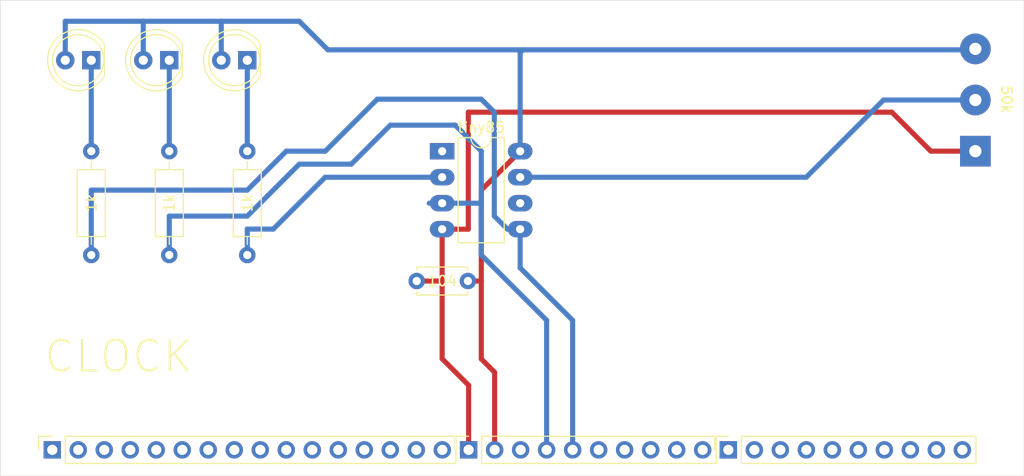
<source format=kicad_pcb>
(kicad_pcb (version 20211014) (generator pcbnew)
  (layers (0 "F.Cu" signal) (31 "B.Cu" signal) (34 "B.Paste" user) (35 "F.Paste" user) (36 "B.SilkS" user "B.Silkscreen") (37 "F.SilkS" user "F.Silkscreen") (38 "B.Mask" user) (39 "F.Mask" user) (44 "Edge.Cuts" user))
  (net 0 "")
  (footprint "Connector_PinSocket_2.54mm:PinSocket_1x10_P2.54mm_Vertical" (layer "F.Cu") (at 168.91 130.81 90)
    (fp_text reference "REF**" hide)
    (fp_text value "PinSocket_1x10_P2.54mm_Vertical" hide)
    (fp_line (start -1.33 1.27) (end -1.33 24.19) (layer "F.SilkS") (width 0.12))
    (fp_line (start 1.33 -1.33) (end 1.33 0) (layer "F.SilkS") (width 0.12))
    (fp_line (start 0 -1.33) (end 1.33 -1.33) (layer "F.SilkS") (width 0.12))
    (fp_line (start -1.33 1.27) (end 1.33 1.27) (layer "F.SilkS") (width 0.12))
    (fp_line (start -1.33 24.19) (end 1.33 24.19) (layer "F.SilkS") (width 0.12))
    (fp_line (start 1.33 1.27) (end 1.33 24.19) (layer "F.SilkS") (width 0.12))
    (pad "1" thru_hole rect (at 0 0 90) (size 1.7 1.7) (drill 1) (layers F&B.Cu *.Mask))
    (pad "2" thru_hole oval (at 0 2.54 90) (size 1.7 1.7) (drill 1) (layers F&B.Cu *.Mask))
    (pad "3" thru_hole oval (at 0 5.08 90) (size 1.7 1.7) (drill 1) (layers F&B.Cu *.Mask))
    (pad "4" thru_hole oval (at 0 7.62 90) (size 1.7 1.7) (drill 1) (layers F&B.Cu *.Mask))
    (pad "5" thru_hole oval (at 0 10.16 90) (size 1.7 1.7) (drill 1) (layers F&B.Cu *.Mask))
    (pad "6" thru_hole oval (at 0 12.7 90) (size 1.7 1.7) (drill 1) (layers F&B.Cu *.Mask))
    (pad "7" thru_hole oval (at 0 15.24 90) (size 1.7 1.7) (drill 1) (layers F&B.Cu *.Mask))
    (pad "8" thru_hole oval (at 0 17.78 90) (size 1.7 1.7) (drill 1) (layers F&B.Cu *.Mask))
    (pad "9" thru_hole oval (at 0 20.32 90) (size 1.7 1.7) (drill 1) (layers F&B.Cu *.Mask))
    (pad "10" thru_hole oval (at 0 22.86 90) (size 1.7 1.7) (drill 1) (layers F&B.Cu *.Mask))
  )
  (footprint "" (layer "F.Cu") (at 193.04 96.6 -90)
    (fp_text reference "" (at 0 0 90) (layer "F.SilkS") (effects (font (size 1.27 1.27))))
    (fp_text value "" (at 0 0 90) (layer "F.SilkS") (effects (font (size 1.27 1.27))))
    (pad "2" thru_hole circle (at 0 0) (size 3 3) (drill 1.2) (layers F&B.Cu *.Mask))
  )
  (footprint "Capacitor_THT:C_Disc_D4.7mm_W2.5mm_P5.00mm" (layer "F.Cu") (at 143.47 114.3 180)
    (fp_text reference "104" (at 2.5 0) (layer "F.SilkS"))
    (fp_text value "C_Disc_D4.7mm_W2.5mm_P5.00mm" hide)
    (fp_line (start 0.03 1.055) (end 0.03 1.37) (layer "F.SilkS") (width 0.12))
    (fp_line (start 0.03 -1.37) (end 0.03 -1.055) (layer "F.SilkS") (width 0.12))
    (fp_line (start 4.97 -1.37) (end 4.97 -1.055) (layer "F.SilkS") (width 0.12))
    (fp_line (start 0.03 -1.37) (end 4.97 -1.37) (layer "F.SilkS") (width 0.12))
    (fp_line (start 0.03 1.37) (end 4.97 1.37) (layer "F.SilkS") (width 0.12))
    (fp_line (start 4.97 1.055) (end 4.97 1.37) (layer "F.SilkS") (width 0.12))
    (pad "1" thru_hole circle (at 0 0 180) (size 1.6 1.6) (drill 0.8) (layers F&B.Cu *.Mask))
    (pad "2" thru_hole circle (at 5 0 180) (size 1.6 1.6) (drill 0.8) (layers F&B.Cu *.Mask))
  )
  (footprint "Package_DIP:DIP-8_W7.62mm_LongPads" (layer "F.Cu") (at 140.955 101.61)
    (fp_text reference "tiny85" (at 3.81 -2.33) (layer "F.SilkS"))
    (fp_text value "DIP-8_W7.62mm_LongPads" hide)
    (fp_line (start 6.06 8.95) (end 6.06 -1.33) (layer "F.SilkS") (width 0.12))
    (fp_line (start 2.81 -1.33) (end 1.56 -1.33) (layer "F.SilkS") (width 0.12))
    (fp_line (start 6.06 -1.33) (end 4.81 -1.33) (layer "F.SilkS") (width 0.12))
    (fp_line (start 1.56 8.95) (end 6.06 8.95) (layer "F.SilkS") (width 0.12))
    (fp_line (start 1.56 -1.33) (end 1.56 8.95) (layer "F.SilkS") (width 0.12))
    (fp_arc (start 4.81 -1.33) (mid 3.81 -0.33) (end 2.81 -1.33) (layer "F.SilkS") (width 0.12))
    (pad "1" thru_hole rect (at 0 0) (size 2.4 1.6) (drill 0.8) (layers F&B.Cu *.Mask))
    (pad "2" thru_hole oval (at 0 2.54) (size 2.4 1.6) (drill 0.8) (layers F&B.Cu *.Mask))
    (pad "3" thru_hole oval (at 0 5.08) (size 2.4 1.6) (drill 0.8) (layers F&B.Cu *.Mask))
    (pad "4" thru_hole oval (at 0 7.62) (size 2.4 1.6) (drill 0.8) (layers F&B.Cu *.Mask))
    (pad "5" thru_hole oval (at 7.62 7.62) (size 2.4 1.6) (drill 0.8) (layers F&B.Cu *.Mask))
    (pad "6" thru_hole oval (at 7.62 5.08) (size 2.4 1.6) (drill 0.8) (layers F&B.Cu *.Mask))
    (pad "7" thru_hole oval (at 7.62 2.54) (size 2.4 1.6) (drill 0.8) (layers F&B.Cu *.Mask))
    (pad "8" thru_hole oval (at 7.62 0) (size 2.4 1.6) (drill 0.8) (layers F&B.Cu *.Mask))
  )
  (footprint "LED_THT:LED_D5.0mm" (layer "F.Cu") (at 114.3 92.71 180)
    (fp_text reference "REF**" hide)
    (fp_text value "LED_D5.0mm" hide)
    (fp_line (start -1.29 -1.545) (end -1.29 1.545) (layer "F.SilkS") (width 0.12))
    (fp_arc (start 4.26 -0.000462) (mid 2.072002 2.880433) (end -1.29 1.54483) (layer "F.SilkS") (width 0.12))
    (fp_arc (start -1.29 -1.54483) (mid 2.072002 -2.880433) (end 4.26 0.000462) (layer "F.SilkS") (width 0.12))
    (fp_circle (center 1.27 0) (end 3.77 0) (layer "F.SilkS") (width 0.12) (fill none))
    (pad "1" thru_hole rect (at 0 0 180) (size 1.8 1.8) (drill 0.9) (layers F&B.Cu *.Mask))
    (pad "2" thru_hole circle (at 2.54 0 180) (size 1.8 1.8) (drill 0.9) (layers F&B.Cu *.Mask))
  )
  (footprint "" (layer "F.Cu") (at 193.04 91.6 -90)
    (fp_text reference "" (at 0 0 90) (layer "F.SilkS") (effects (font (size 1.27 1.27))))
    (fp_text value "" (at 0 0 90) (layer "F.SilkS") (effects (font (size 1.27 1.27))))
    (pad "3" thru_hole circle (at 0 0) (size 3 3) (drill 1.2) (layers F&B.Cu *.Mask))
  )
  (footprint "LED_THT:LED_D5.0mm" (layer "F.Cu") (at 121.92 92.71 180)
    (fp_text reference "REF**" hide)
    (fp_text value "LED_D5.0mm" hide)
    (fp_line (start -1.29 -1.545) (end -1.29 1.545) (layer "F.SilkS") (width 0.12))
    (fp_arc (start 4.26 -0.000462) (mid 2.072002 2.880433) (end -1.29 1.54483) (layer "F.SilkS") (width 0.12))
    (fp_arc (start -1.29 -1.54483) (mid 2.072002 -2.880433) (end 4.26 0.000462) (layer "F.SilkS") (width 0.12))
    (fp_circle (center 1.27 0) (end 3.77 0) (layer "F.SilkS") (width 0.12) (fill none))
    (pad "1" thru_hole rect (at 0 0 180) (size 1.8 1.8) (drill 0.9) (layers F&B.Cu *.Mask))
    (pad "2" thru_hole circle (at 2.54 0 180) (size 1.8 1.8) (drill 0.9) (layers F&B.Cu *.Mask))
  )
  (footprint "LED_THT:LED_D5.0mm" (layer "F.Cu") (at 106.68 92.71 180)
    (fp_text reference "REF**" hide)
    (fp_text value "LED_D5.0mm" hide)
    (fp_line (start -1.29 -1.545) (end -1.29 1.545) (layer "F.SilkS") (width 0.12))
    (fp_arc (start 4.26 -0.000462) (mid 2.072002 2.880433) (end -1.29 1.54483) (layer "F.SilkS") (width 0.12))
    (fp_arc (start -1.29 -1.54483) (mid 2.072002 -2.880433) (end 4.26 0.000462) (layer "F.SilkS") (width 0.12))
    (fp_circle (center 1.27 0) (end 3.77 0) (layer "F.SilkS") (width 0.12) (fill none))
    (pad "1" thru_hole rect (at 0 0 180) (size 1.8 1.8) (drill 0.9) (layers F&B.Cu *.Mask))
    (pad "2" thru_hole circle (at 2.54 0 180) (size 1.8 1.8) (drill 0.9) (layers F&B.Cu *.Mask))
  )
  (footprint "Resistor_THT:R_Axial_DIN0207_L6.3mm_D2.5mm_P10.16mm_Horizontal" (layer "F.Cu") (at 121.92 111.76 90)
    (fp_text reference "1k" (at 5.08 0 90) (layer "F.SilkS"))
    (fp_text value "R_Axial_DIN0207_L6.3mm_D2.5mm_P10.16mm_Horizontal" hide)
    (fp_line (start 8.35 1.37) (end 8.35 -1.37) (layer "F.SilkS") (width 0.12))
    (fp_line (start 1.04 0) (end 1.81 0) (layer "F.SilkS") (width 0.12))
    (fp_line (start 9.12 0) (end 8.35 0) (layer "F.SilkS") (width 0.12))
    (fp_line (start 8.35 -1.37) (end 1.81 -1.37) (layer "F.SilkS") (width 0.12))
    (fp_line (start 1.81 1.37) (end 8.35 1.37) (layer "F.SilkS") (width 0.12))
    (fp_line (start 1.81 -1.37) (end 1.81 1.37) (layer "F.SilkS") (width 0.12))
    (pad "1" thru_hole circle (at 0 0 90) (size 1.6 1.6) (drill 0.8) (layers F&B.Cu *.Mask))
    (pad "2" thru_hole oval (at 10.16 0 90) (size 1.6 1.6) (drill 0.8) (layers F&B.Cu *.Mask))
  )
  (footprint "Connector_PinSocket_2.54mm:PinSocket_1x10_P2.54mm_Vertical" (layer "F.Cu") (at 143.54 130.81 90)
    (fp_text reference "REF**" hide)
    (fp_text value "PinSocket_1x10_P2.54mm_Vertical" hide)
    (fp_line (start -1.33 1.27) (end 1.33 1.27) (layer "F.SilkS") (width 0.12))
    (fp_line (start -1.33 24.19) (end 1.33 24.19) (layer "F.SilkS") (width 0.12))
    (fp_line (start -1.33 1.27) (end -1.33 24.19) (layer "F.SilkS") (width 0.12))
    (fp_line (start 0 -1.33) (end 1.33 -1.33) (layer "F.SilkS") (width 0.12))
    (fp_line (start 1.33 -1.33) (end 1.33 0) (layer "F.SilkS") (width 0.12))
    (fp_line (start 1.33 1.27) (end 1.33 24.19) (layer "F.SilkS") (width 0.12))
    (pad "1" thru_hole rect (at 0 0 90) (size 1.7 1.7) (drill 1) (layers F&B.Cu *.Mask))
    (pad "2" thru_hole oval (at 0 2.54 90) (size 1.7 1.7) (drill 1) (layers F&B.Cu *.Mask))
    (pad "3" thru_hole oval (at 0 5.08 90) (size 1.7 1.7) (drill 1) (layers F&B.Cu *.Mask))
    (pad "4" thru_hole oval (at 0 7.62 90) (size 1.7 1.7) (drill 1) (layers F&B.Cu *.Mask))
    (pad "5" thru_hole oval (at 0 10.16 90) (size 1.7 1.7) (drill 1) (layers F&B.Cu *.Mask))
    (pad "6" thru_hole oval (at 0 12.7 90) (size 1.7 1.7) (drill 1) (layers F&B.Cu *.Mask))
    (pad "7" thru_hole oval (at 0 15.24 90) (size 1.7 1.7) (drill 1) (layers F&B.Cu *.Mask))
    (pad "8" thru_hole oval (at 0 17.78 90) (size 1.7 1.7) (drill 1) (layers F&B.Cu *.Mask))
    (pad "9" thru_hole oval (at 0 20.32 90) (size 1.7 1.7) (drill 1) (layers F&B.Cu *.Mask))
    (pad "10" thru_hole oval (at 0 22.86 90) (size 1.7 1.7) (drill 1) (layers F&B.Cu *.Mask))
  )
  (footprint "Resistor_THT:R_Axial_DIN0207_L6.3mm_D2.5mm_P10.16mm_Horizontal" (layer "F.Cu") (at 106.68 111.76 90)
    (fp_text reference "1k" (at 5.08 0 90) (layer "F.SilkS"))
    (fp_text value "R_Axial_DIN0207_L6.3mm_D2.5mm_P10.16mm_Horizontal" hide)
    (fp_line (start 8.35 1.37) (end 8.35 -1.37) (layer "F.SilkS") (width 0.12))
    (fp_line (start 1.04 0) (end 1.81 0) (layer "F.SilkS") (width 0.12))
    (fp_line (start 9.12 0) (end 8.35 0) (layer "F.SilkS") (width 0.12))
    (fp_line (start 8.35 -1.37) (end 1.81 -1.37) (layer "F.SilkS") (width 0.12))
    (fp_line (start 1.81 1.37) (end 8.35 1.37) (layer "F.SilkS") (width 0.12))
    (fp_line (start 1.81 -1.37) (end 1.81 1.37) (layer "F.SilkS") (width 0.12))
    (pad "1" thru_hole circle (at 0 0 90) (size 1.6 1.6) (drill 0.8) (layers *.Cu *.Mask))
    (pad "2" thru_hole oval (at 10.16 0 90) (size 1.6 1.6) (drill 0.8) (layers *.Cu *.Mask))
  )
  (footprint "" (layer "F.Cu") (at 193.04 101.6 -90)
    (fp_text reference "" (at 0 0 90) (layer "F.SilkS") (effects (font (size 1.27 1.27))))
    (fp_text value "" (at 0 0 90) (layer "F.SilkS") (effects (font (size 1.27 1.27))))
    (pad "1" thru_hole rect (at 0 0) (size 3 3) (drill 1.2) (layers F&B.Cu *.Mask))
  )
  (footprint "Resistor_THT:R_Axial_DIN0207_L6.3mm_D2.5mm_P10.16mm_Horizontal" (layer "F.Cu") (at 114.3 111.76 90)
    (fp_text reference "1k" (at 5.08 0 90) (layer "F.SilkS"))
    (fp_text value "R_Axial_DIN0207_L6.3mm_D2.5mm_P10.16mm_Horizontal" hide)
    (fp_line (start 8.35 1.37) (end 8.35 -1.37) (layer "F.SilkS") (width 0.12))
    (fp_line (start 1.04 0) (end 1.81 0) (layer "F.SilkS") (width 0.12))
    (fp_line (start 9.12 0) (end 8.35 0) (layer "F.SilkS") (width 0.12))
    (fp_line (start 8.35 -1.37) (end 1.81 -1.37) (layer "F.SilkS") (width 0.12))
    (fp_line (start 1.81 1.37) (end 8.35 1.37) (layer "F.SilkS") (width 0.12))
    (fp_line (start 1.81 -1.37) (end 1.81 1.37) (layer "F.SilkS") (width 0.12))
    (pad "1" thru_hole circle (at 0 0 90) (size 1.6 1.6) (drill 0.8) (layers F&B.Cu *.Mask))
    (pad "2" thru_hole oval (at 10.16 0 90) (size 1.6 1.6) (drill 0.8) (layers F&B.Cu *.Mask))
  )
  (footprint "Connector_PinSocket_2.54mm:PinSocket_1x16_P2.54mm_Vertical" (layer "F.Cu") (at 102.87 130.81 90)
    (fp_text reference "REF**" hide)
    (fp_text value "PinSocket_1x16_P2.54mm_Vertical" hide)
    (fp_line (start 0 -1.33) (end 1.33 -1.33) (layer "F.SilkS") (width 0.12))
    (fp_line (start -1.33 1.27) (end -1.33 39.43) (layer "F.SilkS") (width 0.12))
    (fp_line (start -1.33 1.27) (end 1.33 1.27) (layer "F.SilkS") (width 0.12))
    (fp_line (start -1.33 39.43) (end 1.33 39.43) (layer "F.SilkS") (width 0.12))
    (fp_line (start 1.33 -1.33) (end 1.33 0) (layer "F.SilkS") (width 0.12))
    (fp_line (start 1.33 1.27) (end 1.33 39.43) (layer "F.SilkS") (width 0.12))
    (pad "1" thru_hole rect (at 0 0 90) (size 1.7 1.7) (drill 1) (layers F&B.Cu *.Mask))
    (pad "2" thru_hole oval (at 0 2.54 90) (size 1.7 1.7) (drill 1) (layers F&B.Cu *.Mask))
    (pad "3" thru_hole oval (at 0 5.08 90) (size 1.7 1.7) (drill 1) (layers F&B.Cu *.Mask))
    (pad "4" thru_hole oval (at 0 7.62 90) (size 1.7 1.7) (drill 1) (layers F&B.Cu *.Mask))
    (pad "5" thru_hole oval (at 0 10.16 90) (size 1.7 1.7) (drill 1) (layers F&B.Cu *.Mask))
    (pad "6" thru_hole oval (at 0 12.7 90) (size 1.7 1.7) (drill 1) (layers F&B.Cu *.Mask))
    (pad "7" thru_hole oval (at 0 15.24 90) (size 1.7 1.7) (drill 1) (layers F&B.Cu *.Mask))
    (pad "8" thru_hole oval (at 0 17.78 90) (size 1.7 1.7) (drill 1) (layers F&B.Cu *.Mask))
    (pad "9" thru_hole oval (at 0 20.32 90) (size 1.7 1.7) (drill 1) (layers F&B.Cu *.Mask))
    (pad "10" thru_hole oval (at 0 22.86 90) (size 1.7 1.7) (drill 1) (layers F&B.Cu *.Mask))
    (pad "11" thru_hole oval (at 0 25.4 90) (size 1.7 1.7) (drill 1) (layers F&B.Cu *.Mask))
    (pad "12" thru_hole oval (at 0 27.94 90) (size 1.7 1.7) (drill 1) (layers F&B.Cu *.Mask))
    (pad "13" thru_hole oval (at 0 30.48 90) (size 1.7 1.7) (drill 1) (layers F&B.Cu *.Mask))
    (pad "14" thru_hole oval (at 0 33.02 90) (size 1.7 1.7) (drill 1) (layers F&B.Cu *.Mask))
    (pad "15" thru_hole oval (at 0 35.56 90) (size 1.7 1.7) (drill 1) (layers F&B.Cu *.Mask))
    (pad "16" thru_hole oval (at 0 38.1 90) (size 1.7 1.7) (drill 1) (layers F&B.Cu *.Mask))
  )
  (gr_rect (start 97.79 86.845) (end 197.79 133.35) (layer "Edge.Cuts") (width 0.05) (fill none))
  (gr_text "50k" (at 196.088 96.52 270) (layer "F.SilkS") (effects (font (size 1 1) (thickness 0.2))))
  (gr_text "CLOCK" (at 109.347 121.666) (layer "F.SilkS") (effects (font (size 3 3) (thickness 0.2))))
  (segment (start 143.47 114.3) (end 144.78 114.3) (width 0.5) (layer "F.Cu") (net 0))
  (segment (start 144.78 121.92) (end 144.78 114.3) (width 0.5) (layer "F.Cu") (net 0))
  (segment (start 184.879 97.79) (end 143.51 97.79) (width 0.5) (layer "F.Cu") (net 0))
  (segment (start 143.5 109.23) (end 140.955 109.23) (width 0.5) (layer "F.Cu") (net 0))
  (segment (start 193.04 101.6) (end 188.689 101.6) (width 0.5) (layer "F.Cu") (net 0))
  (segment (start 146.08 123.22) (end 144.78 121.92) (width 0.5) (layer "F.Cu") (net 0))
  (segment (start 144.78 114.3) (end 144.78 105.405) (width 0.5) (layer "F.Cu") (net 0))
  (segment (start 140.955 121.905) (end 140.955 114.285) (width 0.5) (layer "F.Cu") (net 0))
  (segment (start 143.51 109.22) (end 143.5 109.23) (width 0.5) (layer "F.Cu") (net 0))
  (segment (start 146.08 130.81) (end 146.08 123.22) (width 0.5) (layer "F.Cu") (net 0))
  (segment (start 143.51 97.79) (end 143.51 109.22) (width 0.5) (layer "F.Cu") (net 0))
  (segment (start 188.689 101.6) (end 184.879 97.79) (width 0.5) (layer "F.Cu") (net 0))
  (segment (start 143.54 130.81) (end 143.54 124.49) (width 0.5) (layer "F.Cu") (net 0))
  (segment (start 138.47 114.3) (end 140.94 114.3) (width 0.5) (layer "F.Cu") (net 0))
  (segment (start 140.955 114.285) (end 140.955 109.23) (width 0.5) (layer "F.Cu") (net 0))
  (segment (start 143.54 130.81) (end 143.51 130.78) (width 0.5) (layer "F.Cu") (net 0))
  (segment (start 144.78 105.405) (end 148.575 101.61) (width 0.5) (layer "F.Cu") (net 0))
  (segment (start 143.54 124.49) (end 140.955 121.905) (width 0.5) (layer "F.Cu") (net 0))
  (segment (start 140.94 114.3) (end 140.955 114.285) (width 0.5) (layer "F.Cu") (net 0))
  (segment (start 104.14 92.71) (end 104.14 88.9) (width 0.5) (layer "B.Cu") (net 0))
  (segment (start 140.955 104.15) (end 129.53 104.15) (width 0.5) (layer "B.Cu") (net 0))
  (segment (start 106.68 101.6) (end 106.68 92.71) (width 0.5) (layer "B.Cu") (net 0))
  (segment (start 193.04 91.6) (end 192.946 91.694) (width 0.5) (layer "B.Cu") (net 0))
  (segment (start 129.54 101.6) (end 125.73 101.6) (width 0.5) (layer "B.Cu") (net 0))
  (segment (start 146.05 130.78) (end 146.08 130.81) (width 0.5) (layer "B.Cu") (net 0))
  (segment (start 114.3 101.6) (end 114.3 92.71) (width 0.5) (layer "B.Cu") (net 0))
  (segment (start 146.05 107.95) (end 146.05 97.79) (width 0.5) (layer "B.Cu") (net 0))
  (segment (start 129.53 104.15) (end 124.46 109.22) (width 0.5) (layer "B.Cu") (net 0))
  (segment (start 148.844 91.694) (end 129.794 91.694) (width 0.5) (layer "B.Cu") (net 0))
  (segment (start 144.78 96.52) (end 134.62 96.52) (width 0.5) (layer "B.Cu") (net 0))
  (segment (start 119.38 88.9) (end 119.38 92.71) (width 0.5) (layer "B.Cu") (net 0))
  (segment (start 192.946 91.694) (end 148.844 91.694) (width 0.5) (layer "B.Cu") (net 0))
  (segment (start 132.08 102.87) (end 127 102.87) (width 0.5) (layer "B.Cu") (net 0))
  (segment (start 146.05 97.79) (end 144.78 96.52) (width 0.5) (layer "B.Cu") (net 0))
  (segment (start 148.575 109.23) (end 147.33 109.23) (width 0.5) (layer "B.Cu") (net 0))
  (segment (start 124.46 109.22) (end 121.92 109.22) (width 0.5) (layer "B.Cu") (net 0))
  (segment (start 127 88.9) (end 119.38 88.9) (width 0.5) (layer "B.Cu") (net 0))
  (segment (start 153.7 130.81) (end 153.7 118.14) (width 0.5) (layer "B.Cu") (net 0))
  (segment (start 148.575 104.15) (end 176.52 104.15) (width 0.5) (layer "B.Cu") (net 0))
  (segment (start 104.14 88.9) (end 111.76 88.9) (width 0.5) (layer "B.Cu") (net 0))
  (segment (start 121.92 109.22) (end 121.92 111.76) (width 0.5) (layer "B.Cu") (net 0))
  (segment (start 151.16 118.14) (end 144.77 111.75) (width 0.5) (layer "B.Cu") (net 0))
  (segment (start 148.575 113.015) (end 148.575 109.23) (width 0.5) (layer "B.Cu") (net 0))
  (segment (start 106.68 105.41) (end 106.68 111.76) (width 0.5) (layer "B.Cu") (net 0))
  (segment (start 184.07 96.6) (end 193.04 96.6) (width 0.5) (layer "B.Cu") (net 0))
  (segment (start 147.33 109.23) (end 146.05 107.95) (width 0.5) (layer "B.Cu") (net 0))
  (segment (start 127 102.87) (end 121.92 107.95) (width 0.5) (layer "B.Cu") (net 0))
  (segment (start 121.92 107.95) (end 114.3 107.95) (width 0.5) (layer "B.Cu") (net 0))
  (segment (start 135.89 99.06) (end 132.08 102.87) (width 0.5) (layer "B.Cu") (net 0))
  (segment (start 144.78 101.6) (end 142.24 99.06) (width 0.5) (layer "B.Cu") (net 0))
  (segment (start 129.794 91.694) (end 127 88.9) (width 0.5) (layer "B.Cu") (net 0))
  (segment (start 111.76 88.9) (end 111.76 92.71) (width 0.5) (layer "B.Cu") (net 0))
  (segment (start 148.575 101.61) (end 148.575 91.963) (width 0.5) (layer "B.Cu") (net 0))
  (segment (start 176.52 104.15) (end 184.07 96.6) (width 0.5) (layer "B.Cu") (net 0))
  (segment (start 151.16 130.81) (end 151.16 118.14) (width 0.5) (layer "B.Cu") (net 0))
  (segment (start 114.3 107.95) (end 114.3 111.76) (width 0.5) (layer "B.Cu") (net 0))
  (segment (start 140.955 106.69) (end 139.69 106.69) (width 0.5) (layer "B.Cu") (net 0))
  (segment (start 134.62 96.52) (end 129.54 101.6) (width 0.5) (layer "B.Cu") (net 0))
  (segment (start 144.77 106.69) (end 144.78 106.68) (width 0.5) (layer "B.Cu") (net 0))
  (segment (start 148.575 91.963) (end 148.844 91.694) (width 0.5) (layer "B.Cu") (net 0))
  (segment (start 144.78 106.68) (end 144.78 101.6) (width 0.5) (layer "B.Cu") (net 0))
  (segment (start 111.76 88.9) (end 119.38 88.9) (width 0.5) (layer "B.Cu") (net 0))
  (segment (start 140.955 106.69) (end 144.77 106.69) (width 0.5) (layer "B.Cu") (net 0))
  (segment (start 153.7 118.14) (end 148.575 113.015) (width 0.5) (layer "B.Cu") (net 0))
  (segment (start 125.73 101.6) (end 121.92 105.41) (width 0.5) (layer "B.Cu") (net 0))
  (segment (start 121.92 105.41) (end 106.68 105.41) (width 0.5) (layer "B.Cu") (net 0))
  (segment (start 144.77 111.75) (end 144.77 106.69) (width 0.5) (layer "B.Cu") (net 0))
  (segment (start 142.24 99.06) (end 135.89 99.06) (width 0.5) (layer "B.Cu") (net 0))
  (segment (start 121.92 101.6) (end 121.92 92.71) (width 0.5) (layer "B.Cu") (net 0))
)
</source>
